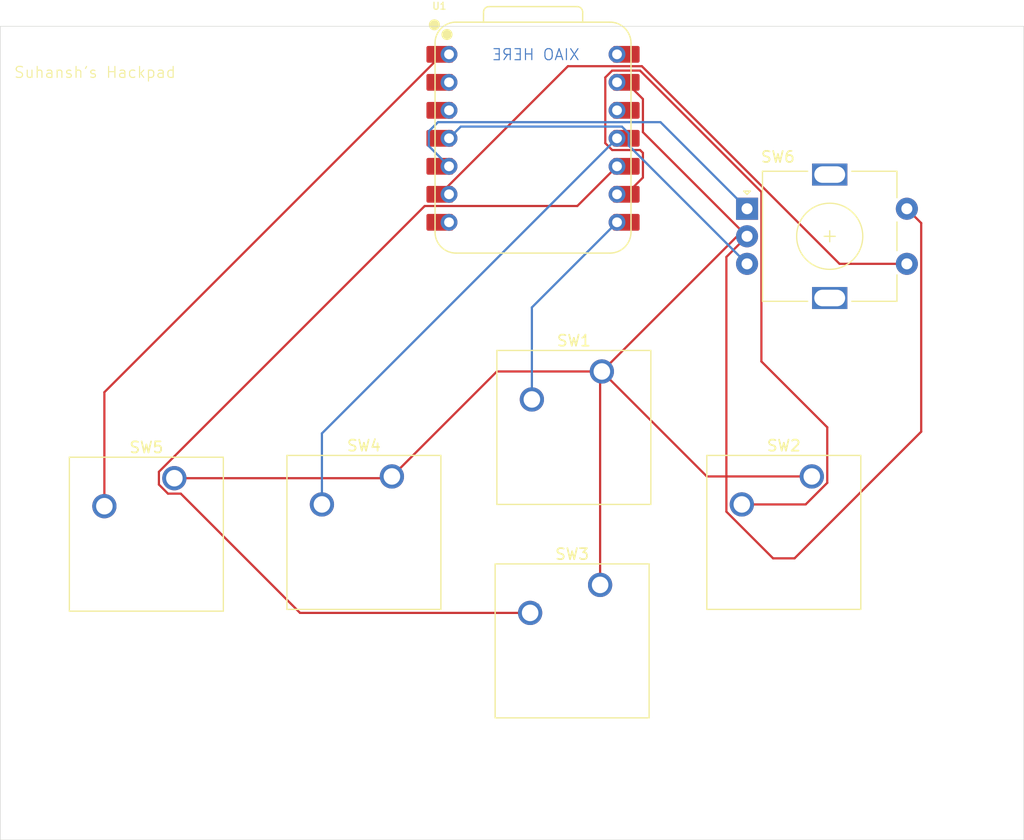
<source format=kicad_pcb>
(kicad_pcb (version 20241229) (generator "pcbnew") (generator_version "9.0")
  (layers (0 "F.Cu" signal) (2 "B.Cu" signal) (13 "F.Paste" user) (15 "B.Paste" user) (5 "F.SilkS" user "F.Silkscreen") (7 "B.SilkS" user "B.Silkscreen") (1 "F.Mask" user) (3 "B.Mask" user) (25 "Edge.Cuts" user))
  (net 0 "")
  (net 1 "+5V")
  (net 2 "Net-(U1-GPIO26{slash}ADC0{slash}A0)")
  (net 3 "GND")
  (net 4 "Net-(U1-GPIO6{slash}SDA)")
  (net 5 "Net-(U1-GPIO29{slash}ADC3{slash}A3)")
  (net 6 "Net-(U1-GPIO1{slash}RX)")
  (net 7 "Net-(U1-GPIO2{slash}SCK)")
  (net 8 "Net-(U1-GPIO4{slash}MISO)")
  (net 9 "Net-(U1-GPIO3{slash}MOSI)")
  (net 12 "Net-(U1-GPIO7{slash}SCL)")
  (footprint "Button_Switch_Keyboard:SW_Cherry_MX_1.00u_PCB" (layer "F.Cu") (at 158.169686 107.514968)
    (property "Reference" "SW1" (at -2.54 -2.794 0) (layer "F.SilkS"))
    (property "Value" "SW_Push")
    (fp_line (start -9.525 -1.905) (end 4.445 -1.905) (stroke (width 0.12)) (layer "F.SilkS"))
    (fp_line (start -9.525 12.065) (end -9.525 -1.905) (stroke (width 0.12)) (layer "F.SilkS"))
    (fp_line (start 4.445 -1.905) (end 4.445 12.065) (stroke (width 0.12)) (layer "F.SilkS"))
    (fp_line (start 4.445 12.065) (end -9.525 12.065) (stroke (width 0.12)) (layer "F.SilkS"))
    (pad "" np_thru_hole circle (at -7.62 5.08) (size 1.7 1.7) (drill 1.7) (layers "*.Cu" "*.Mask"))
    (pad "" np_thru_hole circle (at -2.54 5.08) (size 4 4) (drill 4) (layers "*.Cu" "*.Mask"))
    (pad "" np_thru_hole circle (at 2.54 5.08) (size 1.7 1.7) (drill 1.7) (layers "*.Cu" "*.Mask"))
    (pad "1" thru_hole circle (at 0 0) (size 2.2 2.2) (drill 1.5) (layers "*.Cu" "*.Mask") (net 3 "GND"))
    (pad "2" thru_hole circle (at -6.35 2.54) (size 2.2 2.2) (drill 1.5) (layers "*.Cu" "*.Mask") (net 6 "Net-(U1-GPIO1{slash}RX)"))
  )
  (footprint "Rotary_Encoder:RotaryEncoder_Alps_EC11E-Switch_Vertical_H20mm" (layer "F.Cu") (at 171.34375 92.75)
    (property "Reference" "SW6" (at 2.8 -4.7 0) (layer "F.SilkS"))
    (property "Value" "RotaryEncoder_Switch")
    (fp_line (start -0.3 -1.6) (end 0.3 -1.6) (stroke (width 0.12)) (layer "F.SilkS"))
    (fp_line (start 0 -1.3) (end -0.3 -1.6) (stroke (width 0.12)) (layer "F.SilkS"))
    (fp_line (start 0.3 -1.6) (end 0 -1.3) (stroke (width 0.12)) (layer "F.SilkS"))
    (fp_line (start 1.4 -3.4) (end 1.4 8.4) (stroke (width 0.12)) (layer "F.SilkS"))
    (fp_line (start 5.5 -3.4) (end 1.4 -3.4) (stroke (width 0.12)) (layer "F.SilkS"))
    (fp_line (start 5.5 8.4) (end 1.4 8.4) (stroke (width 0.12)) (layer "F.SilkS"))
    (fp_line (start 7 2.5) (end 8 2.5) (stroke (width 0.12)) (layer "F.SilkS"))
    (fp_line (start 7.5 2) (end 7.5 3) (stroke (width 0.12)) (layer "F.SilkS"))
    (fp_line (start 9.5 -3.4) (end 13.6 -3.4) (stroke (width 0.12)) (layer "F.SilkS"))
    (fp_line (start 13.6 -3.4) (end 13.6 -1) (stroke (width 0.12)) (layer "F.SilkS"))
    (fp_line (start 13.6 1.2) (end 13.6 3.8) (stroke (width 0.12)) (layer "F.SilkS"))
    (fp_line (start 13.6 6) (end 13.6 8.4) (stroke (width 0.12)) (layer "F.SilkS"))
    (fp_line (start 13.6 8.4) (end 9.5 8.4) (stroke (width 0.12)) (layer "F.SilkS"))
    (fp_circle (center 7.5 2.5) (end 10.5 2.5) (stroke (width 0.12)) (fill no) (layer "F.SilkS"))
    (pad "A" thru_hole rect (at 0 0) (size 2 2) (drill 1) (layers "*.Cu" "*.Mask") (net 4 "Net-(U1-GPIO6{slash}SDA)"))
    (pad "B" thru_hole circle (at 0 5) (size 2 2) (drill 1) (layers "*.Cu" "*.Mask") (net 5 "Net-(U1-GPIO29{slash}ADC3{slash}A3)"))
    (pad "C" thru_hole circle (at 0 2.5) (size 2 2) (drill 1) (layers "*.Cu" "*.Mask") (net 3 "GND"))
    (pad "MP" thru_hole rect (at 7.5 -3.1) (size 3.2 2) (drill oval 2.8 1.5) (layers "*.Cu" "*.Mask"))
    (pad "MP" thru_hole rect (at 7.5 8.1) (size 3.2 2) (drill oval 2.8 1.5) (layers "*.Cu" "*.Mask"))
    (pad "S1" thru_hole circle (at 14.5 5) (size 2 2) (drill 1) (layers "*.Cu" "*.Mask") (net 12 "Net-(U1-GPIO7{slash}SCL)"))
    (pad "S2" thru_hole circle (at 14.5 0) (size 2 2) (drill 1) (layers "*.Cu" "*.Mask") (net 3 "GND"))
  )
  (footprint "OPL:XIAO-RP2040-DIP" (layer "F.Cu") (at 151.92375 86.36)
    (property "Reference" "U1" (at -8.5 -12 0) (layer "F.SilkS") (effects (font (size 0.635 0.635) (thickness 0.1016))))
    (property "Value" "XIAO-RP2040-DIP")
    (fp_line (start -8.89 8.509) (end -8.89 -8.636) (stroke (width 0.127)) (layer "F.SilkS"))
    (fp_line (start -6.985 10.414) (end 6.985 10.414) (stroke (width 0.127)) (layer "F.SilkS"))
    (fp_line (start -4.495 -10.541) (end -4.491272 -11.451272) (stroke (width 0.127)) (layer "F.SilkS"))
    (fp_line (start -3.991272 -11.951) (end 4.004 -11.951) (stroke (width 0.127)) (layer "F.SilkS"))
    (fp_line (start 4.504 -11.451) (end 4.504 -10.541) (stroke (width 0.127)) (layer "F.SilkS"))
    (fp_line (start 6.985 -10.541) (end -6.985 -10.541) (stroke (width 0.1)) (layer "F.SilkS"))
    (fp_line (start 6.985 -10.541) (end -6.985 -10.541) (stroke (width 0.127)) (layer "F.SilkS"))
    (fp_line (start 8.89 8.509) (end 8.89 -8.636) (stroke (width 0.127)) (layer "F.SilkS"))
    (fp_arc (start -8.89 -8.636) (mid -8.332038 -9.983038) (end -6.985 -10.541) (stroke (width 0.127)) (layer "F.SilkS"))
    (fp_arc (start -6.985 10.414) (mid -8.332038 9.856038) (end -8.89 8.509) (stroke (width 0.127)) (layer "F.SilkS"))
    (fp_arc (start -4.491272 -11.451272) (mid -4.344728 -11.80464) (end -3.991272 -11.951) (stroke (width 0.127)) (layer "F.SilkS"))
    (fp_arc (start 4.004 -11.951) (mid 4.357553 -11.804553) (end 4.504 -11.451) (stroke (width 0.127)) (layer "F.SilkS"))
    (fp_arc (start 6.985 -10.541) (mid 8.332038 -9.983038) (end 8.89 -8.636) (stroke (width 0.127)) (layer "F.SilkS"))
    (fp_arc (start 8.89 8.509) (mid 8.332038 9.856038) (end 6.985 10.414) (stroke (width 0.127)) (layer "F.SilkS"))
    (fp_circle (center -8.95 -10.3) (end -8.95 -10.554) (stroke (width 0.5)) (fill yes) (layer "F.SilkS"))
    (fp_circle (center -7.807 -9.42) (end -7.807 -9.674) (stroke (width 0.5)) (fill yes) (layer "F.SilkS"))
    (pad "1" smd roundrect (at -8.455 -7.62 180) (size 2.432 1.524) (layers "F.Cu" "F.Mask") (roundrect_rratio 0.1) (net 2 "Net-(U1-GPIO26{slash}ADC0{slash}A0)"))
    (pad "1" thru_hole circle (at -7.62 -7.62 180) (size 1.524 1.524) (drill 0.889) (layers "*.Cu" "*.Mask") (net 2 "Net-(U1-GPIO26{slash}ADC0{slash}A0)"))
    (pad "2" smd roundrect (at -8.455 -5.08 180) (size 2.432 1.524) (layers "F.Cu" "F.Mask") (roundrect_rratio 0.1))
    (pad "2" thru_hole circle (at -7.62 -5.08 180) (size 1.524 1.524) (drill 0.889) (layers "*.Cu" "*.Mask"))
    (pad "3" smd roundrect (at -8.455 -2.54 180) (size 2.432 1.524) (layers "F.Cu" "F.Mask") (roundrect_rratio 0.1))
    (pad "3" thru_hole circle (at -7.62 -2.54 180) (size 1.524 1.524) (drill 0.889) (layers "*.Cu" "*.Mask"))
    (pad "4" smd roundrect (at -8.455 0 180) (size 2.432 1.524) (layers "F.Cu" "F.Mask") (roundrect_rratio 0.1) (net 5 "Net-(U1-GPIO29{slash}ADC3{slash}A3)"))
    (pad "4" thru_hole circle (at -7.62 0 180) (size 1.524 1.524) (drill 0.889) (layers "*.Cu" "*.Mask") (net 5 "Net-(U1-GPIO29{slash}ADC3{slash}A3)"))
    (pad "5" smd roundrect (at -8.455 2.54 180) (size 2.432 1.524) (layers "F.Cu" "F.Mask") (roundrect_rratio 0.1) (net 4 "Net-(U1-GPIO6{slash}SDA)"))
    (pad "5" thru_hole circle (at -7.62 2.54 180) (size 1.524 1.524) (drill 0.889) (layers "*.Cu" "*.Mask") (net 4 "Net-(U1-GPIO6{slash}SDA)"))
    (pad "6" smd roundrect (at -8.455 5.08 180) (size 2.432 1.524) (layers "F.Cu" "F.Mask") (roundrect_rratio 0.1) (net 12 "Net-(U1-GPIO7{slash}SCL)"))
    (pad "6" thru_hole circle (at -7.62 5.08 180) (size 1.524 1.524) (drill 0.889) (layers "*.Cu" "*.Mask") (net 12 "Net-(U1-GPIO7{slash}SCL)"))
    (pad "7" smd roundrect (at -8.455 7.62 180) (size 2.432 1.524) (layers "F.Cu" "F.Mask") (roundrect_rratio 0.1))
    (pad "7" thru_hole circle (at -7.62 7.62 180) (size 1.524 1.524) (drill 0.889) (layers "*.Cu" "*.Mask"))
    (pad "8" thru_hole circle (at 7.62 7.62) (size 1.524 1.524) (drill 0.889) (layers "*.Cu" "*.Mask") (net 6 "Net-(U1-GPIO1{slash}RX)"))
    (pad "8" smd roundrect (at 8.455 7.62) (size 2.432 1.524) (layers "F.Cu" "F.Mask") (roundrect_rratio 0.1) (net 6 "Net-(U1-GPIO1{slash}RX)"))
    (pad "9" thru_hole circle (at 7.62 5.08) (size 1.524 1.524) (drill 0.889) (layers "*.Cu" "*.Mask") (net 7 "Net-(U1-GPIO2{slash}SCK)"))
    (pad "9" smd roundrect (at 8.455 5.08) (size 2.432 1.524) (layers "F.Cu" "F.Mask") (roundrect_rratio 0.1) (net 7 "Net-(U1-GPIO2{slash}SCK)"))
    (pad "10" thru_hole circle (at 7.62 2.54) (size 1.524 1.524) (drill 0.889) (layers "*.Cu" "*.Mask") (net 8 "Net-(U1-GPIO4{slash}MISO)"))
    (pad "10" smd roundrect (at 8.455 2.54) (size 2.432 1.524) (layers "F.Cu" "F.Mask") (roundrect_rratio 0.1) (net 8 "Net-(U1-GPIO4{slash}MISO)"))
    (pad "11" thru_hole circle (at 7.62 0) (size 1.524 1.524) (drill 0.889) (layers "*.Cu" "*.Mask") (net 9 "Net-(U1-GPIO3{slash}MOSI)"))
    (pad "11" smd roundrect (at 8.455 0) (size 2.432 1.524) (layers "F.Cu" "F.Mask") (roundrect_rratio 0.1) (net 9 "Net-(U1-GPIO3{slash}MOSI)"))
    (pad "12" thru_hole circle (at 7.62 -2.54) (size 1.524 1.524) (drill 0.889) (layers "*.Cu" "*.Mask"))
    (pad "12" smd roundrect (at 8.455 -2.54) (size 2.432 1.524) (layers "F.Cu" "F.Mask") (roundrect_rratio 0.1))
    (pad "13" thru_hole circle (at 7.62 -5.08) (size 1.524 1.524) (drill 0.889) (layers "*.Cu" "*.Mask") (net 3 "GND"))
    (pad "13" smd roundrect (at 8.455 -5.08) (size 2.432 1.524) (layers "F.Cu" "F.Mask") (roundrect_rratio 0.1) (net 3 "GND"))
    (pad "14" thru_hole circle (at 7.62 -7.62) (size 1.524 1.524) (drill 0.889) (layers "*.Cu" "*.Mask") (net 1 "+5V"))
    (pad "14" smd roundrect (at 8.455 -7.62) (size 2.432 1.524) (layers "F.Cu" "F.Mask") (roundrect_rratio 0.1) (net 1 "+5V"))
  )
  (footprint "Button_Switch_Keyboard:SW_Cherry_MX_1.00u_PCB" (layer "F.Cu") (at 177.219686 117.039968)
    (property "Reference" "SW2" (at -2.54 -2.794 0) (layer "F.SilkS"))
    (property "Value" "SW_Push")
    (fp_line (start -9.525 -1.905) (end 4.445 -1.905) (stroke (width 0.12)) (layer "F.SilkS"))
    (fp_line (start -9.525 12.065) (end -9.525 -1.905) (stroke (width 0.12)) (layer "F.SilkS"))
    (fp_line (start 4.445 -1.905) (end 4.445 12.065) (stroke (width 0.12)) (layer "F.SilkS"))
    (fp_line (start 4.445 12.065) (end -9.525 12.065) (stroke (width 0.12)) (layer "F.SilkS"))
    (pad "" np_thru_hole circle (at -7.62 5.08) (size 1.7 1.7) (drill 1.7) (layers "*.Cu" "*.Mask"))
    (pad "" np_thru_hole circle (at -2.54 5.08) (size 4 4) (drill 4) (layers "*.Cu" "*.Mask"))
    (pad "" np_thru_hole circle (at 2.54 5.08) (size 1.7 1.7) (drill 1.7) (layers "*.Cu" "*.Mask"))
    (pad "1" thru_hole circle (at 0 0) (size 2.2 2.2) (drill 1.5) (layers "*.Cu" "*.Mask") (net 3 "GND"))
    (pad "2" thru_hole circle (at -6.35 2.54) (size 2.2 2.2) (drill 1.5) (layers "*.Cu" "*.Mask") (net 7 "Net-(U1-GPIO2{slash}SCK)"))
  )
  (footprint "Button_Switch_Keyboard:SW_Cherry_MX_1.00u_PCB" (layer "F.Cu") (at 139.119686 117.039968)
    (property "Reference" "SW4" (at -2.54 -2.794 0) (layer "F.SilkS"))
    (property "Value" "SW_Push")
    (fp_line (start -9.525 -1.905) (end 4.445 -1.905) (stroke (width 0.12)) (layer "F.SilkS"))
    (fp_line (start -9.525 12.065) (end -9.525 -1.905) (stroke (width 0.12)) (layer "F.SilkS"))
    (fp_line (start 4.445 -1.905) (end 4.445 12.065) (stroke (width 0.12)) (layer "F.SilkS"))
    (fp_line (start 4.445 12.065) (end -9.525 12.065) (stroke (width 0.12)) (layer "F.SilkS"))
    (pad "" np_thru_hole circle (at -7.62 5.08) (size 1.7 1.7) (drill 1.7) (layers "*.Cu" "*.Mask"))
    (pad "" np_thru_hole circle (at -2.54 5.08) (size 4 4) (drill 4) (layers "*.Cu" "*.Mask"))
    (pad "" np_thru_hole circle (at 2.54 5.08) (size 1.7 1.7) (drill 1.7) (layers "*.Cu" "*.Mask"))
    (pad "1" thru_hole circle (at 0 0) (size 2.2 2.2) (drill 1.5) (layers "*.Cu" "*.Mask") (net 3 "GND"))
    (pad "2" thru_hole circle (at -6.35 2.54) (size 2.2 2.2) (drill 1.5) (layers "*.Cu" "*.Mask") (net 9 "Net-(U1-GPIO3{slash}MOSI)"))
  )
  (footprint "Button_Switch_Keyboard:SW_Cherry_MX_1.00u_PCB" (layer "F.Cu") (at 119.38 117.198718)
    (property "Reference" "SW5" (at -2.54 -2.794 0) (layer "F.SilkS"))
    (property "Value" "SW_Push")
    (fp_line (start -9.525 -1.905) (end 4.445 -1.905) (stroke (width 0.12)) (layer "F.SilkS"))
    (fp_line (start -9.525 12.065) (end -9.525 -1.905) (stroke (width 0.12)) (layer "F.SilkS"))
    (fp_line (start 4.445 -1.905) (end 4.445 12.065) (stroke (width 0.12)) (layer "F.SilkS"))
    (fp_line (start 4.445 12.065) (end -9.525 12.065) (stroke (width 0.12)) (layer "F.SilkS"))
    (pad "" np_thru_hole circle (at -7.62 5.08) (size 1.7 1.7) (drill 1.7) (layers "*.Cu" "*.Mask"))
    (pad "" np_thru_hole circle (at -2.54 5.08) (size 4 4) (drill 4) (layers "*.Cu" "*.Mask"))
    (pad "" np_thru_hole circle (at 2.54 5.08) (size 1.7 1.7) (drill 1.7) (layers "*.Cu" "*.Mask"))
    (pad "1" thru_hole circle (at 0 0) (size 2.2 2.2) (drill 1.5) (layers "*.Cu" "*.Mask") (net 3 "GND"))
    (pad "2" thru_hole circle (at -6.35 2.54) (size 2.2 2.2) (drill 1.5) (layers "*.Cu" "*.Mask") (net 2 "Net-(U1-GPIO26{slash}ADC0{slash}A0)"))
  )
  (footprint "Button_Switch_Keyboard:SW_Cherry_MX_1.00u_PCB" (layer "F.Cu") (at 158.010936 126.882468)
    (property "Reference" "SW3" (at -2.54 -2.794 0) (layer "F.SilkS"))
    (property "Value" "SW_Push")
    (fp_line (start -9.525 -1.905) (end 4.445 -1.905) (stroke (width 0.12)) (layer "F.SilkS"))
    (fp_line (start -9.525 12.065) (end -9.525 -1.905) (stroke (width 0.12)) (layer "F.SilkS"))
    (fp_line (start 4.445 -1.905) (end 4.445 12.065) (stroke (width 0.12)) (layer "F.SilkS"))
    (fp_line (start 4.445 12.065) (end -9.525 12.065) (stroke (width 0.12)) (layer "F.SilkS"))
    (pad "" np_thru_hole circle (at -7.62 5.08) (size 1.7 1.7) (drill 1.7) (layers "*.Cu" "*.Mask"))
    (pad "" np_thru_hole circle (at -2.54 5.08) (size 4 4) (drill 4) (layers "*.Cu" "*.Mask"))
    (pad "" np_thru_hole circle (at 2.54 5.08) (size 1.7 1.7) (drill 1.7) (layers "*.Cu" "*.Mask"))
    (pad "1" thru_hole circle (at 0 0) (size 2.2 2.2) (drill 1.5) (layers "*.Cu" "*.Mask") (net 3 "GND"))
    (pad "2" thru_hole circle (at -6.35 2.54) (size 2.2 2.2) (drill 1.5) (layers "*.Cu" "*.Mask") (net 8 "Net-(U1-GPIO4{slash}MISO)"))
  )
  (gr_rect (start 103.584375 76.2) (end 196.453125 150.01875) (stroke (width 0.05)) (fill no) (layer "Edge.Cuts"))
  (gr_text "XIAO HERE\n\n" (at 156.21 80.9625 0) (layer "B.Cu") (effects (font (size 1 1) (thickness 0.1)) (justify left bottom mirror)))
  (gr_text "Suhansh's Hackpad\n" (at 104.775 80.9625 0) (layer "F.SilkS") (effects (font (size 1 1) (thickness 0.1)) (justify left bottom)))
  (segment (start 113.03 109.400124) (end 143.690124 78.74) (width 0.2) (layer "F.Cu") (net 2))
  (segment (start 143.690124 78.74) (end 144.30375 78.74) (width 0.2) (layer "F.Cu") (net 2))
  (segment (start 113.03 119.738718) (end 113.03 109.400124) (width 0.2) (layer "F.Cu") (net 2))
  (segment (start 167.694686 117.039968) (end 158.169686 107.514968) (width 0.2) (layer "F.Cu") (net 3))
  (segment (start 185.84375 92.75) (end 187.14475 94.051) (width 0.2) (layer "F.Cu") (net 3))
  (segment (start 177.219686 117.039968) (end 167.694686 117.039968) (width 0.2) (layer "F.Cu") (net 3))
  (segment (start 187.14475 94.051) (end 187.14475 112.97972) (width 0.2) (layer "F.Cu") (net 3))
  (segment (start 148.644686 107.514968) (end 158.169686 107.514968) (width 0.2) (layer "F.Cu") (net 3))
  (segment (start 171.34375 95.25) (end 161.89575 85.802) (width 0.2) (layer "F.Cu") (net 3))
  (segment (start 161.89575 85.802) (end 161.89575 82.797) (width 0.2) (layer "F.Cu") (net 3))
  (segment (start 138.960936 117.198718) (end 139.119686 117.039968) (width 0.2) (layer "F.Cu") (net 3))
  (segment (start 175.653502 124.470968) (end 173.70587 124.470968) (width 0.2) (layer "F.Cu") (net 3))
  (segment (start 169.468686 97.125064) (end 171.34375 95.25) (width 0.2) (layer "F.Cu") (net 3))
  (segment (start 169.468686 120.233784) (end 169.468686 97.125064) (width 0.2) (layer "F.Cu") (net 3))
  (segment (start 138.33487 117.039968) (end 139.119686 117.039968) (width 0.2) (layer "F.Cu") (net 3))
  (segment (start 187.14475 112.97972) (end 175.653502 124.470968) (width 0.2) (layer "F.Cu") (net 3))
  (segment (start 158.010936 126.882468) (end 158.010936 107.673718) (width 0.2) (layer "F.Cu") (net 3))
  (segment (start 158.169686 107.514968) (end 170.434654 95.25) (width 0.2) (layer "F.Cu") (net 3))
  (segment (start 161.89575 82.797) (end 160.37875 81.28) (width 0.2) (layer "F.Cu") (net 3))
  (segment (start 173.70587 124.470968) (end 169.468686 120.233784) (width 0.2) (layer "F.Cu") (net 3))
  (segment (start 139.119686 117.039968) (end 148.644686 107.514968) (width 0.2) (layer "F.Cu") (net 3))
  (segment (start 170.434654 95.25) (end 171.34375 95.25) (width 0.2) (layer "F.Cu") (net 3))
  (segment (start 158.010936 107.673718) (end 158.169686 107.514968) (width 0.2) (layer "F.Cu") (net 3))
  (segment (start 119.38 117.198718) (end 138.960936 117.198718) (width 0.2) (layer "F.Cu") (net 3))
  (segment (start 170.6205 92.02675) (end 171.34375 92.75) (width 0.2) (layer "F.Cu") (net 4))
  (segment (start 142.474 85.71765) (end 143.29565 84.896) (width 0.2) (layer "B.Cu") (net 4))
  (segment (start 144.30375 88.9) (end 142.474 87.07025) (width 0.2) (layer "B.Cu") (net 4))
  (segment (start 143.29565 84.896) (end 163.48975 84.896) (width 0.2) (layer "B.Cu") (net 4))
  (segment (start 163.48975 84.896) (end 171.34375 92.75) (width 0.2) (layer "B.Cu") (net 4))
  (segment (start 142.474 87.07025) (end 142.474 85.71765) (width 0.2) (layer "B.Cu") (net 4))
  (segment (start 160.60675 87.013) (end 160.60675 85.91969) (width 0.2) (layer "B.Cu") (net 5))
  (segment (start 171.34375 97.75) (end 160.60675 87.013) (width 0.2) (layer "B.Cu") (net 5))
  (segment (start 145.36675 85.297) (end 144.30375 86.36) (width 0.2) (layer "B.Cu") (net 5))
  (segment (start 160.60675 85.91969) (end 159.98406 85.297) (width 0.2) (layer "B.Cu") (net 5))
  (segment (start 159.98406 85.297) (end 145.36675 85.297) (width 0.2) (layer "B.Cu") (net 5))
  (segment (start 151.819686 101.704064) (end 159.54375 93.98) (width 0.2) (layer "B.Cu") (net 6))
  (segment (start 151.819686 110.054968) (end 151.819686 101.704064) (width 0.2) (layer "B.Cu") (net 6))
  (segment (start 161.89575 87.684374) (end 161.89575 89.923) (width 0.2) (layer "F.Cu") (net 7))
  (segment (start 161.634376 80.217) (end 159.10344 80.217) (width 0.2) (layer "F.Cu") (net 7))
  (segment (start 161.89575 89.923) (end 160.37875 91.44) (width 0.2) (layer "F.Cu") (net 7))
  (segment (start 172.64475 91.227374) (end 161.634376 80.217) (width 0.2) (layer "F.Cu") (net 7))
  (segment (start 159.10344 87.423) (end 161.634376 87.423) (width 0.2) (layer "F.Cu") (net 7))
  (segment (start 159.10344 80.217) (end 158.48075 80.83969) (width 0.2) (layer "F.Cu") (net 7))
  (segment (start 158.48075 80.83969) (end 158.48075 86.80031) (width 0.2) (layer "F.Cu") (net 7))
  (segment (start 178.620686 117.620282) (end 178.620686 112.580686) (width 0.2) (layer "F.Cu") (net 7))
  (segment (start 172.64475 106.60475) (end 172.64475 91.227374) (width 0.2) (layer "F.Cu") (net 7))
  (segment (start 178.620686 112.580686) (end 172.64475 106.60475) (width 0.2) (layer "F.Cu") (net 7))
  (segment (start 176.661 119.579968) (end 178.620686 117.620282) (width 0.2) (layer "F.Cu") (net 7))
  (segment (start 170.869686 119.579968) (end 176.661 119.579968) (width 0.2) (layer "F.Cu") (net 7))
  (segment (start 158.48075 86.80031) (end 159.10344 87.423) (width 0.2) (layer "F.Cu") (net 7))
  (segment (start 161.634376 87.423) (end 161.89575 87.684374) (width 0.2) (layer "F.Cu") (net 7))
  (segment (start 142.094404 92.503) (end 155.94075 92.503) (width 0.2) (layer "F.Cu") (net 8))
  (segment (start 117.979 117.779032) (end 117.979 116.618404) (width 0.2) (layer "F.Cu") (net 8))
  (segment (start 130.783064 129.422468) (end 119.960314 118.599718) (width 0.2) (layer "F.Cu") (net 8))
  (segment (start 117.979 116.618404) (end 142.094404 92.503) (width 0.2) (layer "F.Cu") (net 8))
  (segment (start 118.799686 118.599718) (end 117.979 117.779032) (width 0.2) (layer "F.Cu") (net 8))
  (segment (start 119.960314 118.599718) (end 118.799686 118.599718) (width 0.2) (layer "F.Cu") (net 8))
  (segment (start 155.94075 92.503) (end 159.54375 88.9) (width 0.2) (layer "F.Cu") (net 8))
  (segment (start 151.660936 129.422468) (end 130.783064 129.422468) (width 0.2) (layer "F.Cu") (net 8))
  (segment (start 151.660936 129.422468) (end 152.4 128.683404) (width 0.2) (layer "B.Cu") (net 8))
  (segment (start 132.769686 119.579968) (end 132.769686 113.134064) (width 0.2) (layer "B.Cu") (net 9))
  (segment (start 132.769686 113.134064) (end 159.54375 86.36) (width 0.2) (layer "B.Cu") (net 9))
  (segment (start 161.800476 79.816) (end 155.09275 79.816) (width 0.2) (layer "F.Cu") (net 12))
  (segment (start 185.84375 97.75) (end 179.734476 97.75) (width 0.2) (layer "F.Cu") (net 12))
  (segment (start 155.09275 79.816) (end 143.46875 91.44) (width 0.2) (layer "F.Cu") (net 12))
  (segment (start 179.734476 97.75) (end 161.800476 79.816) (width 0.2) (layer "F.Cu") (net 12))
)
</source>
